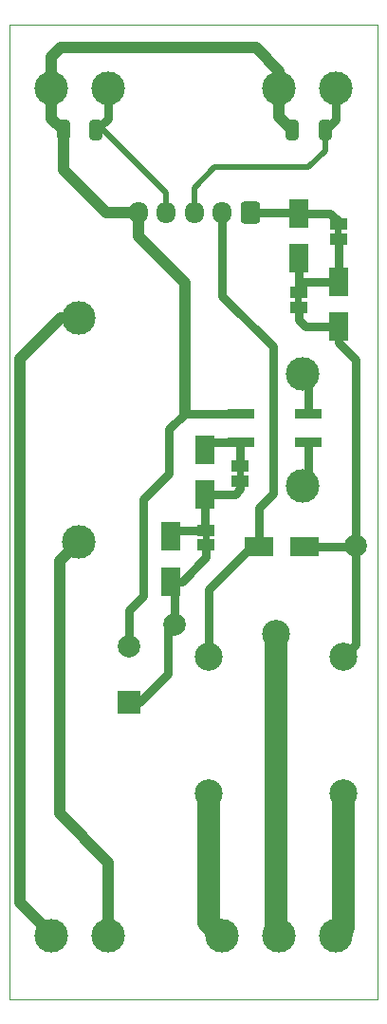
<source format=gbr>
%TF.GenerationSoftware,KiCad,Pcbnew,6.0.11+dfsg-1*%
%TF.CreationDate,2024-01-27T16:44:02+03:00*%
%TF.ProjectId,power,706f7765-722e-46b6-9963-61645f706362,rev?*%
%TF.SameCoordinates,Original*%
%TF.FileFunction,Copper,L2,Bot*%
%TF.FilePolarity,Positive*%
%FSLAX46Y46*%
G04 Gerber Fmt 4.6, Leading zero omitted, Abs format (unit mm)*
G04 Created by KiCad (PCBNEW 6.0.11+dfsg-1) date 2024-01-27 16:44:02*
%MOMM*%
%LPD*%
G01*
G04 APERTURE LIST*
G04 Aperture macros list*
%AMRoundRect*
0 Rectangle with rounded corners*
0 $1 Rounding radius*
0 $2 $3 $4 $5 $6 $7 $8 $9 X,Y pos of 4 corners*
0 Add a 4 corners polygon primitive as box body*
4,1,4,$2,$3,$4,$5,$6,$7,$8,$9,$2,$3,0*
0 Add four circle primitives for the rounded corners*
1,1,$1+$1,$2,$3*
1,1,$1+$1,$4,$5*
1,1,$1+$1,$6,$7*
1,1,$1+$1,$8,$9*
0 Add four rect primitives between the rounded corners*
20,1,$1+$1,$2,$3,$4,$5,0*
20,1,$1+$1,$4,$5,$6,$7,0*
20,1,$1+$1,$6,$7,$8,$9,0*
20,1,$1+$1,$8,$9,$2,$3,0*%
G04 Aperture macros list end*
%TA.AperFunction,Profile*%
%ADD10C,0.100000*%
%TD*%
%TA.AperFunction,ComponentPad*%
%ADD11C,3.000000*%
%TD*%
%TA.AperFunction,ComponentPad*%
%ADD12RoundRect,0.250000X0.600000X0.725000X-0.600000X0.725000X-0.600000X-0.725000X0.600000X-0.725000X0*%
%TD*%
%TA.AperFunction,ComponentPad*%
%ADD13O,1.700000X1.950000*%
%TD*%
%TA.AperFunction,ComponentPad*%
%ADD14R,2.000000X2.000000*%
%TD*%
%TA.AperFunction,ComponentPad*%
%ADD15C,2.000000*%
%TD*%
%TA.AperFunction,ComponentPad*%
%ADD16C,2.500000*%
%TD*%
%TA.AperFunction,SMDPad,CuDef*%
%ADD17R,1.500000X1.000000*%
%TD*%
%TA.AperFunction,SMDPad,CuDef*%
%ADD18R,1.800000X2.500000*%
%TD*%
%TA.AperFunction,SMDPad,CuDef*%
%ADD19R,2.500000X1.800000*%
%TD*%
%TA.AperFunction,SMDPad,CuDef*%
%ADD20RoundRect,0.250000X0.325000X0.650000X-0.325000X0.650000X-0.325000X-0.650000X0.325000X-0.650000X0*%
%TD*%
%TA.AperFunction,SMDPad,CuDef*%
%ADD21R,2.400000X0.900000*%
%TD*%
%TA.AperFunction,ViaPad*%
%ADD22C,2.000000*%
%TD*%
%TA.AperFunction,Conductor*%
%ADD23C,1.000000*%
%TD*%
%TA.AperFunction,Conductor*%
%ADD24C,0.800000*%
%TD*%
%TA.AperFunction,Conductor*%
%ADD25C,0.500000*%
%TD*%
%TA.AperFunction,Conductor*%
%ADD26C,2.000000*%
%TD*%
G04 APERTURE END LIST*
D10*
X234198000Y-111156000D02*
X266998000Y-111156000D01*
X266998000Y-111156000D02*
X266998000Y-24256000D01*
X266998000Y-24256000D02*
X234198000Y-24256000D01*
X234198000Y-24256000D02*
X234198000Y-111156000D01*
%TO.C,JP4*%
G36*
X263846000Y-42929000D02*
G01*
X263246000Y-42929000D01*
X263246000Y-42429000D01*
X263846000Y-42429000D01*
X263846000Y-42929000D01*
G37*
%TO.C,JP1*%
G36*
X255083000Y-64519000D02*
G01*
X254483000Y-64519000D01*
X254483000Y-64019000D01*
X255083000Y-64019000D01*
X255083000Y-64519000D01*
G37*
%TO.C,JP2*%
G36*
X252035000Y-70234000D02*
G01*
X251435000Y-70234000D01*
X251435000Y-69734000D01*
X252035000Y-69734000D01*
X252035000Y-70234000D01*
G37*
%TO.C,JP3*%
G36*
X260290000Y-49025000D02*
G01*
X259690000Y-49025000D01*
X259690000Y-48525000D01*
X260290000Y-48525000D01*
X260290000Y-49025000D01*
G37*
%TD*%
D11*
%TO.P,P3,1,P1*%
%TO.N,Net-(C2-Pad1)*%
X242978000Y-29906000D03*
%TO.P,P3,2,PM*%
%TO.N,GNDD*%
X237898000Y-29906000D03*
%TD*%
%TO.P,P1,1,P1*%
%TO.N,Net-(P1-Pad1)*%
X237898000Y-105506000D03*
%TO.P,P1,2,PM*%
%TO.N,Net-(P1-Pad2)*%
X242978000Y-105506000D03*
%TD*%
D12*
%TO.P,J1,1,Pin_1*%
%TO.N,Net-(D5-Pad1)*%
X255672000Y-41028000D03*
D13*
%TO.P,J1,2,Pin_2*%
%TO.N,Net-(D1-Pad2)*%
X253172000Y-41028000D03*
%TO.P,J1,3,Pin_3*%
%TO.N,Net-(C3-Pad1)*%
X250672000Y-41028000D03*
%TO.P,J1,4,Pin_4*%
%TO.N,Net-(C2-Pad1)*%
X248172000Y-41028000D03*
%TO.P,J1,5,Pin_5*%
%TO.N,GNDD*%
X245672000Y-41028000D03*
%TD*%
D14*
%TO.P,C1,1*%
%TO.N,VCC*%
X244877000Y-84670677D03*
D15*
%TO.P,C1,2*%
%TO.N,GNDD*%
X244877000Y-79670677D03*
%TD*%
D11*
%TO.P,P4,1,P1*%
%TO.N,Net-(C3-Pad1)*%
X263298000Y-29906000D03*
%TO.P,P4,2,PM*%
%TO.N,GNDD*%
X258218000Y-29906000D03*
%TD*%
%TO.P,P2,1,1*%
%TO.N,Net-(K1-Pad5)*%
X253138000Y-105506000D03*
%TO.P,P2,2,2*%
%TO.N,Net-(K1-Pad3)*%
X258218000Y-105506000D03*
%TO.P,P2,3,3*%
%TO.N,Net-(K1-Pad4)*%
X263298000Y-105506000D03*
%TD*%
D16*
%TO.P,K1,1,in1*%
%TO.N,VCC*%
X263958000Y-80598000D03*
%TO.P,K1,2,in2*%
%TO.N,Net-(D1-Pad2)*%
X251958000Y-80598000D03*
%TO.P,K1,3,out2*%
%TO.N,Net-(K1-Pad3)*%
X257958000Y-78598000D03*
%TO.P,K1,4,out1*%
%TO.N,Net-(K1-Pad4)*%
X263958000Y-92798000D03*
%TO.P,K1,5,out3*%
%TO.N,Net-(K1-Pad5)*%
X251958000Y-92798000D03*
%TD*%
D11*
%TO.P,TR1,1*%
%TO.N,Net-(P1-Pad1)*%
X240344000Y-50386000D03*
%TO.P,TR1,5*%
%TO.N,Net-(P1-Pad2)*%
X240344000Y-70386000D03*
%TO.P,TR1,7*%
%TO.N,Net-(BD1-Pad4)*%
X260344000Y-65386000D03*
%TO.P,TR1,9*%
%TO.N,Net-(BD1-Pad3)*%
X260344000Y-55386000D03*
%TD*%
D17*
%TO.P,JP4,1,A*%
%TO.N,Net-(D4-Pad1)*%
X263546000Y-43329000D03*
%TO.P,JP4,2,B*%
%TO.N,Net-(D5-Pad1)*%
X263546000Y-42029000D03*
%TD*%
D18*
%TO.P,D2,1,K*%
%TO.N,Net-(D2-Pad1)*%
X251608000Y-66142000D03*
%TO.P,D2,2,A*%
%TO.N,Net-(BD1-Pad1)*%
X251608000Y-62142000D03*
%TD*%
D19*
%TO.P,D1,1,K*%
%TO.N,VCC*%
X260472000Y-70800000D03*
%TO.P,D1,2,A*%
%TO.N,Net-(D1-Pad2)*%
X256472000Y-70800000D03*
%TD*%
D18*
%TO.P,D3,1,K*%
%TO.N,VCC*%
X248560000Y-73889000D03*
%TO.P,D3,2,A*%
%TO.N,Net-(D2-Pad1)*%
X248560000Y-69889000D03*
%TD*%
%TO.P,D5,1,K*%
%TO.N,Net-(D5-Pad1)*%
X259990000Y-41060000D03*
%TO.P,D5,2,A*%
%TO.N,Net-(D4-Pad1)*%
X259990000Y-45060000D03*
%TD*%
D17*
%TO.P,JP1,1,A*%
%TO.N,Net-(BD1-Pad1)*%
X254783000Y-63619000D03*
%TO.P,JP1,2,B*%
%TO.N,Net-(D2-Pad1)*%
X254783000Y-64919000D03*
%TD*%
D20*
%TO.P,C2,1*%
%TO.N,Net-(C2-Pad1)*%
X241907000Y-33662000D03*
%TO.P,C2,2*%
%TO.N,GNDD*%
X238957000Y-33662000D03*
%TD*%
D18*
%TO.P,D4,1,K*%
%TO.N,Net-(D4-Pad1)*%
X263546000Y-47156000D03*
%TO.P,D4,2,A*%
%TO.N,VCC*%
X263546000Y-51156000D03*
%TD*%
D21*
%TO.P,BD1,1,+*%
%TO.N,Net-(BD1-Pad1)*%
X254831000Y-61455000D03*
%TO.P,BD1,2,-*%
%TO.N,GNDD*%
X254831000Y-58955000D03*
%TO.P,BD1,3*%
%TO.N,Net-(BD1-Pad3)*%
X260831000Y-58955000D03*
%TO.P,BD1,4*%
%TO.N,Net-(BD1-Pad4)*%
X260831000Y-61455000D03*
%TD*%
D17*
%TO.P,JP2,1,A*%
%TO.N,Net-(D2-Pad1)*%
X251735000Y-69334000D03*
%TO.P,JP2,2,B*%
%TO.N,VCC*%
X251735000Y-70634000D03*
%TD*%
D20*
%TO.P,C3,1*%
%TO.N,Net-(C3-Pad1)*%
X262354000Y-33662000D03*
%TO.P,C3,2*%
%TO.N,GNDD*%
X259404000Y-33662000D03*
%TD*%
D17*
%TO.P,JP3,1,A*%
%TO.N,VCC*%
X259990000Y-49425000D03*
%TO.P,JP3,2,B*%
%TO.N,Net-(D4-Pad1)*%
X259990000Y-48125000D03*
%TD*%
D22*
%TO.N,VCC*%
X265070000Y-70746000D03*
X248941000Y-77731000D03*
%TD*%
D23*
%TO.N,Net-(P1-Pad1)*%
X238754000Y-50386000D02*
X240344000Y-50386000D01*
X237898000Y-105344000D02*
X235104000Y-102550000D01*
X235104000Y-54036000D02*
X238754000Y-50386000D01*
X235104000Y-102550000D02*
X235104000Y-54036000D01*
X237898000Y-105506000D02*
X237898000Y-105344000D01*
%TO.N,Net-(P1-Pad2)*%
X238654000Y-72076000D02*
X240344000Y-70386000D01*
X242978000Y-98946000D02*
X238654000Y-94622000D01*
X238654000Y-94622000D02*
X238654000Y-72076000D01*
X242978000Y-105506000D02*
X242978000Y-98946000D01*
%TO.N,GNDD*%
X237898000Y-29906000D02*
X237898000Y-27112000D01*
X258218000Y-29906000D02*
X258218000Y-32476000D01*
X237898000Y-27112000D02*
X238714000Y-26296000D01*
X249810000Y-47231000D02*
X249810000Y-58955000D01*
X242845000Y-41028000D02*
X245672000Y-41028000D01*
X256180000Y-26296000D02*
X258218000Y-28334000D01*
D24*
X249810000Y-58955000D02*
X254831000Y-58955000D01*
D23*
X245672000Y-43093000D02*
X249810000Y-47231000D01*
X238957000Y-37140000D02*
X242845000Y-41028000D01*
X245672000Y-41028000D02*
X245672000Y-43093000D01*
X237898000Y-29906000D02*
X237898000Y-32603000D01*
D24*
X246147000Y-75191000D02*
X246147000Y-66555000D01*
D23*
X238714000Y-26296000D02*
X256180000Y-26296000D01*
X238957000Y-33662000D02*
X238957000Y-37140000D01*
D24*
X244877000Y-76461000D02*
X246147000Y-75191000D01*
D23*
X258218000Y-28334000D02*
X258218000Y-29906000D01*
X258218000Y-32476000D02*
X259404000Y-33662000D01*
D24*
X248433000Y-60332000D02*
X249810000Y-58955000D01*
D23*
X237898000Y-32603000D02*
X238957000Y-33662000D01*
D24*
X246147000Y-66555000D02*
X248433000Y-64269000D01*
X248433000Y-64269000D02*
X248433000Y-60332000D01*
X244877000Y-79670677D02*
X244877000Y-76461000D01*
%TO.N,VCC*%
X248306000Y-82176000D02*
X245811323Y-84670677D01*
X245811323Y-84670677D02*
X244877000Y-84670677D01*
X249608000Y-73889000D02*
X248560000Y-73889000D01*
X265070000Y-54109000D02*
X263546000Y-52585000D01*
X248941000Y-77731000D02*
X248306000Y-78366000D01*
X251735000Y-70634000D02*
X251735000Y-71762000D01*
X260472000Y-70800000D02*
X265016000Y-70800000D01*
X248941000Y-77731000D02*
X248941000Y-74270000D01*
X265070000Y-70746000D02*
X265070000Y-54109000D01*
X265016000Y-70800000D02*
X265070000Y-70746000D01*
X248306000Y-78366000D02*
X248306000Y-82176000D01*
X260593000Y-51156000D02*
X263546000Y-51156000D01*
X263546000Y-52585000D02*
X263546000Y-51156000D01*
X259990000Y-49425000D02*
X259990000Y-50553000D01*
X248941000Y-74270000D02*
X248560000Y-73889000D01*
X265070000Y-70746000D02*
X265070000Y-79486000D01*
X259990000Y-50553000D02*
X260593000Y-51156000D01*
X251735000Y-71762000D02*
X249608000Y-73889000D01*
X265070000Y-79486000D02*
X263958000Y-80598000D01*
%TO.N,Net-(D1-Pad2)*%
X251958000Y-80598000D02*
X251958000Y-74587000D01*
X257704000Y-52966000D02*
X257704000Y-66047000D01*
X256472000Y-67355000D02*
X256472000Y-70800000D01*
X255745000Y-70800000D02*
X256472000Y-70800000D01*
X253172000Y-48434000D02*
X257704000Y-52966000D01*
X256434000Y-67317000D02*
X256472000Y-67355000D01*
X253172000Y-41028000D02*
X253172000Y-48434000D01*
X257704000Y-66047000D02*
X256434000Y-67317000D01*
X251958000Y-74587000D02*
X255745000Y-70800000D01*
D25*
%TO.N,Net-(C2-Pad1)*%
X248172000Y-39243000D02*
X242591000Y-33662000D01*
X248172000Y-41028000D02*
X248172000Y-39243000D01*
X242591000Y-33662000D02*
X241907000Y-33662000D01*
D24*
X242978000Y-29906000D02*
X242978000Y-32591000D01*
X242978000Y-32591000D02*
X241907000Y-33662000D01*
D25*
%TO.N,Net-(C3-Pad1)*%
X250672000Y-41028000D02*
X250672000Y-38789000D01*
X262354000Y-35489000D02*
X262354000Y-33662000D01*
X260879000Y-36964000D02*
X262354000Y-35489000D01*
D24*
X263298000Y-32718000D02*
X262354000Y-33662000D01*
X263298000Y-29906000D02*
X263298000Y-32718000D01*
D25*
X250672000Y-38789000D02*
X252497000Y-36964000D01*
X252497000Y-36964000D02*
X260879000Y-36964000D01*
D26*
%TO.N,Net-(K1-Pad3)*%
X257958000Y-78598000D02*
X257958000Y-105246000D01*
X257958000Y-105246000D02*
X258218000Y-105506000D01*
%TO.N,Net-(K1-Pad4)*%
X263958000Y-92798000D02*
X263958000Y-104846000D01*
X263958000Y-104846000D02*
X263298000Y-105506000D01*
%TO.N,Net-(K1-Pad5)*%
X251958000Y-92798000D02*
X251958000Y-104326000D01*
X251958000Y-104326000D02*
X253138000Y-105506000D01*
D24*
%TO.N,Net-(BD1-Pad3)*%
X260831000Y-58955000D02*
X260831000Y-55873000D01*
X260831000Y-55873000D02*
X260344000Y-55386000D01*
%TO.N,Net-(BD1-Pad4)*%
X260831000Y-64899000D02*
X260344000Y-65386000D01*
X260831000Y-61455000D02*
X260831000Y-64899000D01*
%TO.N,Net-(BD1-Pad1)*%
X252295000Y-61455000D02*
X251608000Y-62142000D01*
X254783000Y-61503000D02*
X254831000Y-61455000D01*
X254831000Y-61455000D02*
X252295000Y-61455000D01*
X254783000Y-63619000D02*
X254783000Y-61503000D01*
%TO.N,Net-(D2-Pad1)*%
X249115000Y-69334000D02*
X251735000Y-69334000D01*
X248560000Y-69889000D02*
X249115000Y-69334000D01*
X254783000Y-65666000D02*
X254783000Y-64919000D01*
X251608000Y-69207000D02*
X251735000Y-69334000D01*
X254307000Y-66142000D02*
X254783000Y-65666000D01*
X251608000Y-66142000D02*
X251608000Y-69207000D01*
X251608000Y-66142000D02*
X254307000Y-66142000D01*
%TO.N,Net-(D4-Pad1)*%
X259990000Y-46997000D02*
X259990000Y-48125000D01*
X263546000Y-43329000D02*
X263546000Y-47156000D01*
X263546000Y-47156000D02*
X260149000Y-47156000D01*
X260149000Y-47156000D02*
X259990000Y-46997000D01*
X259990000Y-45060000D02*
X259990000Y-46997000D01*
%TO.N,Net-(D5-Pad1)*%
X262816000Y-41060000D02*
X263546000Y-41790000D01*
X255672000Y-41028000D02*
X259958000Y-41028000D01*
X259958000Y-41028000D02*
X259990000Y-41060000D01*
X263546000Y-41790000D02*
X263546000Y-42029000D01*
X259990000Y-41060000D02*
X262816000Y-41060000D01*
%TD*%
M02*

</source>
